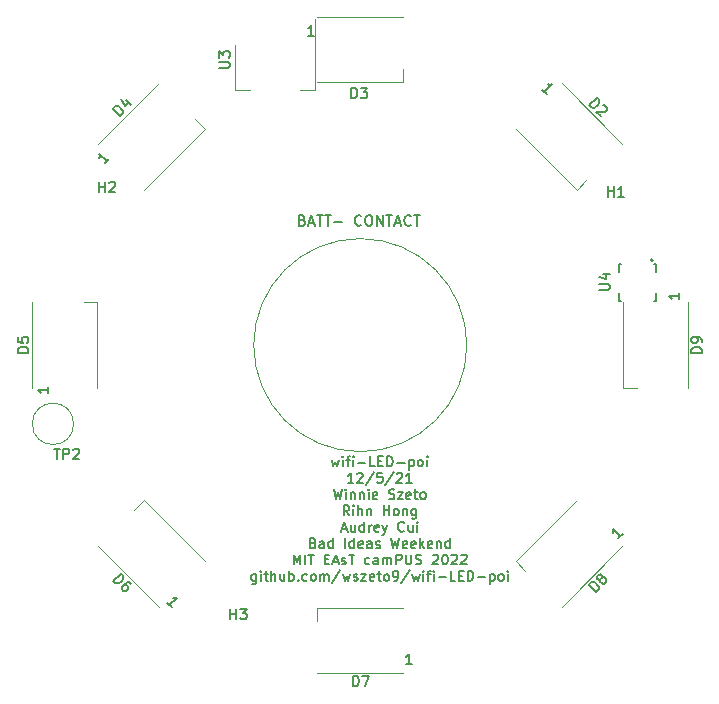
<source format=gbr>
%TF.GenerationSoftware,KiCad,Pcbnew,(5.1.10)-1*%
%TF.CreationDate,2021-12-05T21:12:05-05:00*%
%TF.ProjectId,poi_PCB,706f695f-5043-4422-9e6b-696361645f70,rev?*%
%TF.SameCoordinates,Original*%
%TF.FileFunction,Legend,Top*%
%TF.FilePolarity,Positive*%
%FSLAX46Y46*%
G04 Gerber Fmt 4.6, Leading zero omitted, Abs format (unit mm)*
G04 Created by KiCad (PCBNEW (5.1.10)-1) date 2021-12-05 21:12:05*
%MOMM*%
%LPD*%
G01*
G04 APERTURE LIST*
%ADD10C,0.127000*%
%ADD11C,0.120000*%
%ADD12C,0.200000*%
G04 APERTURE END LIST*
D10*
X105066345Y-87202015D02*
X105226002Y-87760815D01*
X105385660Y-87361672D01*
X105545317Y-87760815D01*
X105704974Y-87202015D01*
X106024288Y-87760815D02*
X106024288Y-87202015D01*
X106024288Y-86922615D02*
X105984374Y-86962530D01*
X106024288Y-87002444D01*
X106064202Y-86962530D01*
X106024288Y-86922615D01*
X106024288Y-87002444D01*
X106303688Y-87202015D02*
X106623002Y-87202015D01*
X106423431Y-87760815D02*
X106423431Y-87042358D01*
X106463345Y-86962530D01*
X106543174Y-86922615D01*
X106623002Y-86922615D01*
X106902402Y-87760815D02*
X106902402Y-87202015D01*
X106902402Y-86922615D02*
X106862488Y-86962530D01*
X106902402Y-87002444D01*
X106942317Y-86962530D01*
X106902402Y-86922615D01*
X106902402Y-87002444D01*
X107301545Y-87441501D02*
X107940174Y-87441501D01*
X108738460Y-87760815D02*
X108339317Y-87760815D01*
X108339317Y-86922615D01*
X109017860Y-87321758D02*
X109297260Y-87321758D01*
X109417002Y-87760815D02*
X109017860Y-87760815D01*
X109017860Y-86922615D01*
X109417002Y-86922615D01*
X109776231Y-87760815D02*
X109776231Y-86922615D01*
X109975802Y-86922615D01*
X110095545Y-86962530D01*
X110175374Y-87042358D01*
X110215288Y-87122187D01*
X110255202Y-87281844D01*
X110255202Y-87401587D01*
X110215288Y-87561244D01*
X110175374Y-87641072D01*
X110095545Y-87720901D01*
X109975802Y-87760815D01*
X109776231Y-87760815D01*
X110614431Y-87441501D02*
X111253060Y-87441501D01*
X111652202Y-87202015D02*
X111652202Y-88040215D01*
X111652202Y-87241930D02*
X111732031Y-87202015D01*
X111891688Y-87202015D01*
X111971517Y-87241930D01*
X112011431Y-87281844D01*
X112051345Y-87361672D01*
X112051345Y-87601158D01*
X112011431Y-87680987D01*
X111971517Y-87720901D01*
X111891688Y-87760815D01*
X111732031Y-87760815D01*
X111652202Y-87720901D01*
X112530317Y-87760815D02*
X112450488Y-87720901D01*
X112410574Y-87680987D01*
X112370660Y-87601158D01*
X112370660Y-87361672D01*
X112410574Y-87281844D01*
X112450488Y-87241930D01*
X112530317Y-87202015D01*
X112650060Y-87202015D01*
X112729888Y-87241930D01*
X112769802Y-87281844D01*
X112809717Y-87361672D01*
X112809717Y-87601158D01*
X112769802Y-87680987D01*
X112729888Y-87720901D01*
X112650060Y-87760815D01*
X112530317Y-87760815D01*
X113168945Y-87760815D02*
X113168945Y-87202015D01*
X113168945Y-86922615D02*
X113129031Y-86962530D01*
X113168945Y-87002444D01*
X113208860Y-86962530D01*
X113168945Y-86922615D01*
X113168945Y-87002444D01*
X106922360Y-89145115D02*
X106443388Y-89145115D01*
X106682874Y-89145115D02*
X106682874Y-88306915D01*
X106603045Y-88426658D01*
X106523217Y-88506487D01*
X106443388Y-88546401D01*
X107241674Y-88386744D02*
X107281588Y-88346830D01*
X107361417Y-88306915D01*
X107560988Y-88306915D01*
X107640817Y-88346830D01*
X107680731Y-88386744D01*
X107720645Y-88466572D01*
X107720645Y-88546401D01*
X107680731Y-88666144D01*
X107201760Y-89145115D01*
X107720645Y-89145115D01*
X108678588Y-88267001D02*
X107960131Y-89344687D01*
X109357131Y-88306915D02*
X108957988Y-88306915D01*
X108918074Y-88706058D01*
X108957988Y-88666144D01*
X109037817Y-88626230D01*
X109237388Y-88626230D01*
X109317217Y-88666144D01*
X109357131Y-88706058D01*
X109397045Y-88785887D01*
X109397045Y-88985458D01*
X109357131Y-89065287D01*
X109317217Y-89105201D01*
X109237388Y-89145115D01*
X109037817Y-89145115D01*
X108957988Y-89105201D01*
X108918074Y-89065287D01*
X110354988Y-88267001D02*
X109636531Y-89344687D01*
X110594474Y-88386744D02*
X110634388Y-88346830D01*
X110714217Y-88306915D01*
X110913788Y-88306915D01*
X110993617Y-88346830D01*
X111033531Y-88386744D01*
X111073445Y-88466572D01*
X111073445Y-88546401D01*
X111033531Y-88666144D01*
X110554560Y-89145115D01*
X111073445Y-89145115D01*
X111871731Y-89145115D02*
X111392760Y-89145115D01*
X111632245Y-89145115D02*
X111632245Y-88306915D01*
X111552417Y-88426658D01*
X111472588Y-88506487D01*
X111392760Y-88546401D01*
X105245960Y-89691215D02*
X105445531Y-90529415D01*
X105605188Y-89930701D01*
X105764845Y-90529415D01*
X105964417Y-89691215D01*
X106283731Y-90529415D02*
X106283731Y-89970615D01*
X106283731Y-89691215D02*
X106243817Y-89731130D01*
X106283731Y-89771044D01*
X106323645Y-89731130D01*
X106283731Y-89691215D01*
X106283731Y-89771044D01*
X106682874Y-89970615D02*
X106682874Y-90529415D01*
X106682874Y-90050444D02*
X106722788Y-90010530D01*
X106802617Y-89970615D01*
X106922360Y-89970615D01*
X107002188Y-90010530D01*
X107042102Y-90090358D01*
X107042102Y-90529415D01*
X107441245Y-89970615D02*
X107441245Y-90529415D01*
X107441245Y-90050444D02*
X107481160Y-90010530D01*
X107560988Y-89970615D01*
X107680731Y-89970615D01*
X107760560Y-90010530D01*
X107800474Y-90090358D01*
X107800474Y-90529415D01*
X108199617Y-90529415D02*
X108199617Y-89970615D01*
X108199617Y-89691215D02*
X108159702Y-89731130D01*
X108199617Y-89771044D01*
X108239531Y-89731130D01*
X108199617Y-89691215D01*
X108199617Y-89771044D01*
X108918074Y-90489501D02*
X108838245Y-90529415D01*
X108678588Y-90529415D01*
X108598760Y-90489501D01*
X108558845Y-90409672D01*
X108558845Y-90090358D01*
X108598760Y-90010530D01*
X108678588Y-89970615D01*
X108838245Y-89970615D01*
X108918074Y-90010530D01*
X108957988Y-90090358D01*
X108957988Y-90170187D01*
X108558845Y-90250015D01*
X109915931Y-90489501D02*
X110035674Y-90529415D01*
X110235245Y-90529415D01*
X110315074Y-90489501D01*
X110354988Y-90449587D01*
X110394902Y-90369758D01*
X110394902Y-90289930D01*
X110354988Y-90210101D01*
X110315074Y-90170187D01*
X110235245Y-90130272D01*
X110075588Y-90090358D01*
X109995760Y-90050444D01*
X109955845Y-90010530D01*
X109915931Y-89930701D01*
X109915931Y-89850872D01*
X109955845Y-89771044D01*
X109995760Y-89731130D01*
X110075588Y-89691215D01*
X110275160Y-89691215D01*
X110394902Y-89731130D01*
X110674302Y-89970615D02*
X111113360Y-89970615D01*
X110674302Y-90529415D01*
X111113360Y-90529415D01*
X111751988Y-90489501D02*
X111672160Y-90529415D01*
X111512502Y-90529415D01*
X111432674Y-90489501D01*
X111392760Y-90409672D01*
X111392760Y-90090358D01*
X111432674Y-90010530D01*
X111512502Y-89970615D01*
X111672160Y-89970615D01*
X111751988Y-90010530D01*
X111791902Y-90090358D01*
X111791902Y-90170187D01*
X111392760Y-90250015D01*
X112031388Y-89970615D02*
X112350702Y-89970615D01*
X112151131Y-89691215D02*
X112151131Y-90409672D01*
X112191045Y-90489501D01*
X112270874Y-90529415D01*
X112350702Y-90529415D01*
X112749845Y-90529415D02*
X112670017Y-90489501D01*
X112630102Y-90449587D01*
X112590188Y-90369758D01*
X112590188Y-90130272D01*
X112630102Y-90050444D01*
X112670017Y-90010530D01*
X112749845Y-89970615D01*
X112869588Y-89970615D01*
X112949417Y-90010530D01*
X112989331Y-90050444D01*
X113029245Y-90130272D01*
X113029245Y-90369758D01*
X112989331Y-90449587D01*
X112949417Y-90489501D01*
X112869588Y-90529415D01*
X112749845Y-90529415D01*
X106563131Y-91913715D02*
X106283731Y-91514572D01*
X106084160Y-91913715D02*
X106084160Y-91075515D01*
X106403474Y-91075515D01*
X106483302Y-91115430D01*
X106523217Y-91155344D01*
X106563131Y-91235172D01*
X106563131Y-91354915D01*
X106523217Y-91434744D01*
X106483302Y-91474658D01*
X106403474Y-91514572D01*
X106084160Y-91514572D01*
X106922360Y-91913715D02*
X106922360Y-91354915D01*
X106922360Y-91075515D02*
X106882445Y-91115430D01*
X106922360Y-91155344D01*
X106962274Y-91115430D01*
X106922360Y-91075515D01*
X106922360Y-91155344D01*
X107321502Y-91913715D02*
X107321502Y-91075515D01*
X107680731Y-91913715D02*
X107680731Y-91474658D01*
X107640817Y-91394830D01*
X107560988Y-91354915D01*
X107441245Y-91354915D01*
X107361417Y-91394830D01*
X107321502Y-91434744D01*
X108079874Y-91354915D02*
X108079874Y-91913715D01*
X108079874Y-91434744D02*
X108119788Y-91394830D01*
X108199617Y-91354915D01*
X108319360Y-91354915D01*
X108399188Y-91394830D01*
X108439102Y-91474658D01*
X108439102Y-91913715D01*
X109476874Y-91913715D02*
X109476874Y-91075515D01*
X109476874Y-91474658D02*
X109955845Y-91474658D01*
X109955845Y-91913715D02*
X109955845Y-91075515D01*
X110474731Y-91913715D02*
X110394902Y-91873801D01*
X110354988Y-91833887D01*
X110315074Y-91754058D01*
X110315074Y-91514572D01*
X110354988Y-91434744D01*
X110394902Y-91394830D01*
X110474731Y-91354915D01*
X110594474Y-91354915D01*
X110674302Y-91394830D01*
X110714217Y-91434744D01*
X110754131Y-91514572D01*
X110754131Y-91754058D01*
X110714217Y-91833887D01*
X110674302Y-91873801D01*
X110594474Y-91913715D01*
X110474731Y-91913715D01*
X111113360Y-91354915D02*
X111113360Y-91913715D01*
X111113360Y-91434744D02*
X111153274Y-91394830D01*
X111233102Y-91354915D01*
X111352845Y-91354915D01*
X111432674Y-91394830D01*
X111472588Y-91474658D01*
X111472588Y-91913715D01*
X112230960Y-91354915D02*
X112230960Y-92033458D01*
X112191045Y-92113287D01*
X112151131Y-92153201D01*
X112071302Y-92193115D01*
X111951560Y-92193115D01*
X111871731Y-92153201D01*
X112230960Y-91873801D02*
X112151131Y-91913715D01*
X111991474Y-91913715D01*
X111911645Y-91873801D01*
X111871731Y-91833887D01*
X111831817Y-91754058D01*
X111831817Y-91514572D01*
X111871731Y-91434744D01*
X111911645Y-91394830D01*
X111991474Y-91354915D01*
X112151131Y-91354915D01*
X112230960Y-91394830D01*
X105944460Y-93058530D02*
X106343602Y-93058530D01*
X105864631Y-93298015D02*
X106144031Y-92459815D01*
X106423431Y-93298015D01*
X107062060Y-92739215D02*
X107062060Y-93298015D01*
X106702831Y-92739215D02*
X106702831Y-93178272D01*
X106742745Y-93258101D01*
X106822574Y-93298015D01*
X106942317Y-93298015D01*
X107022145Y-93258101D01*
X107062060Y-93218187D01*
X107820431Y-93298015D02*
X107820431Y-92459815D01*
X107820431Y-93258101D02*
X107740602Y-93298015D01*
X107580945Y-93298015D01*
X107501117Y-93258101D01*
X107461202Y-93218187D01*
X107421288Y-93138358D01*
X107421288Y-92898872D01*
X107461202Y-92819044D01*
X107501117Y-92779130D01*
X107580945Y-92739215D01*
X107740602Y-92739215D01*
X107820431Y-92779130D01*
X108219574Y-93298015D02*
X108219574Y-92739215D01*
X108219574Y-92898872D02*
X108259488Y-92819044D01*
X108299402Y-92779130D01*
X108379231Y-92739215D01*
X108459060Y-92739215D01*
X109057774Y-93258101D02*
X108977945Y-93298015D01*
X108818288Y-93298015D01*
X108738460Y-93258101D01*
X108698545Y-93178272D01*
X108698545Y-92858958D01*
X108738460Y-92779130D01*
X108818288Y-92739215D01*
X108977945Y-92739215D01*
X109057774Y-92779130D01*
X109097688Y-92858958D01*
X109097688Y-92938787D01*
X108698545Y-93018615D01*
X109377088Y-92739215D02*
X109576660Y-93298015D01*
X109776231Y-92739215D02*
X109576660Y-93298015D01*
X109496831Y-93497587D01*
X109456917Y-93537501D01*
X109377088Y-93577415D01*
X111213145Y-93218187D02*
X111173231Y-93258101D01*
X111053488Y-93298015D01*
X110973660Y-93298015D01*
X110853917Y-93258101D01*
X110774088Y-93178272D01*
X110734174Y-93098444D01*
X110694260Y-92938787D01*
X110694260Y-92819044D01*
X110734174Y-92659387D01*
X110774088Y-92579558D01*
X110853917Y-92499730D01*
X110973660Y-92459815D01*
X111053488Y-92459815D01*
X111173231Y-92499730D01*
X111213145Y-92539644D01*
X111931602Y-92739215D02*
X111931602Y-93298015D01*
X111572374Y-92739215D02*
X111572374Y-93178272D01*
X111612288Y-93258101D01*
X111692117Y-93298015D01*
X111811860Y-93298015D01*
X111891688Y-93258101D01*
X111931602Y-93218187D01*
X112330745Y-93298015D02*
X112330745Y-92739215D01*
X112330745Y-92459815D02*
X112290831Y-92499730D01*
X112330745Y-92539644D01*
X112370660Y-92499730D01*
X112330745Y-92459815D01*
X112330745Y-92539644D01*
X103509688Y-94243258D02*
X103629431Y-94283172D01*
X103669345Y-94323087D01*
X103709260Y-94402915D01*
X103709260Y-94522658D01*
X103669345Y-94602487D01*
X103629431Y-94642401D01*
X103549602Y-94682315D01*
X103230288Y-94682315D01*
X103230288Y-93844115D01*
X103509688Y-93844115D01*
X103589517Y-93884030D01*
X103629431Y-93923944D01*
X103669345Y-94003772D01*
X103669345Y-94083601D01*
X103629431Y-94163430D01*
X103589517Y-94203344D01*
X103509688Y-94243258D01*
X103230288Y-94243258D01*
X104427717Y-94682315D02*
X104427717Y-94243258D01*
X104387802Y-94163430D01*
X104307974Y-94123515D01*
X104148317Y-94123515D01*
X104068488Y-94163430D01*
X104427717Y-94642401D02*
X104347888Y-94682315D01*
X104148317Y-94682315D01*
X104068488Y-94642401D01*
X104028574Y-94562572D01*
X104028574Y-94482744D01*
X104068488Y-94402915D01*
X104148317Y-94363001D01*
X104347888Y-94363001D01*
X104427717Y-94323087D01*
X105186088Y-94682315D02*
X105186088Y-93844115D01*
X105186088Y-94642401D02*
X105106260Y-94682315D01*
X104946602Y-94682315D01*
X104866774Y-94642401D01*
X104826860Y-94602487D01*
X104786945Y-94522658D01*
X104786945Y-94283172D01*
X104826860Y-94203344D01*
X104866774Y-94163430D01*
X104946602Y-94123515D01*
X105106260Y-94123515D01*
X105186088Y-94163430D01*
X106223860Y-94682315D02*
X106223860Y-93844115D01*
X106982231Y-94682315D02*
X106982231Y-93844115D01*
X106982231Y-94642401D02*
X106902402Y-94682315D01*
X106742745Y-94682315D01*
X106662917Y-94642401D01*
X106623002Y-94602487D01*
X106583088Y-94522658D01*
X106583088Y-94283172D01*
X106623002Y-94203344D01*
X106662917Y-94163430D01*
X106742745Y-94123515D01*
X106902402Y-94123515D01*
X106982231Y-94163430D01*
X107700688Y-94642401D02*
X107620860Y-94682315D01*
X107461202Y-94682315D01*
X107381374Y-94642401D01*
X107341460Y-94562572D01*
X107341460Y-94243258D01*
X107381374Y-94163430D01*
X107461202Y-94123515D01*
X107620860Y-94123515D01*
X107700688Y-94163430D01*
X107740602Y-94243258D01*
X107740602Y-94323087D01*
X107341460Y-94402915D01*
X108459060Y-94682315D02*
X108459060Y-94243258D01*
X108419145Y-94163430D01*
X108339317Y-94123515D01*
X108179660Y-94123515D01*
X108099831Y-94163430D01*
X108459060Y-94642401D02*
X108379231Y-94682315D01*
X108179660Y-94682315D01*
X108099831Y-94642401D01*
X108059917Y-94562572D01*
X108059917Y-94482744D01*
X108099831Y-94402915D01*
X108179660Y-94363001D01*
X108379231Y-94363001D01*
X108459060Y-94323087D01*
X108818288Y-94642401D02*
X108898117Y-94682315D01*
X109057774Y-94682315D01*
X109137602Y-94642401D01*
X109177517Y-94562572D01*
X109177517Y-94522658D01*
X109137602Y-94442830D01*
X109057774Y-94402915D01*
X108938031Y-94402915D01*
X108858202Y-94363001D01*
X108818288Y-94283172D01*
X108818288Y-94243258D01*
X108858202Y-94163430D01*
X108938031Y-94123515D01*
X109057774Y-94123515D01*
X109137602Y-94163430D01*
X110095545Y-93844115D02*
X110295117Y-94682315D01*
X110454774Y-94083601D01*
X110614431Y-94682315D01*
X110814002Y-93844115D01*
X111452631Y-94642401D02*
X111372802Y-94682315D01*
X111213145Y-94682315D01*
X111133317Y-94642401D01*
X111093402Y-94562572D01*
X111093402Y-94243258D01*
X111133317Y-94163430D01*
X111213145Y-94123515D01*
X111372802Y-94123515D01*
X111452631Y-94163430D01*
X111492545Y-94243258D01*
X111492545Y-94323087D01*
X111093402Y-94402915D01*
X112171088Y-94642401D02*
X112091260Y-94682315D01*
X111931602Y-94682315D01*
X111851774Y-94642401D01*
X111811860Y-94562572D01*
X111811860Y-94243258D01*
X111851774Y-94163430D01*
X111931602Y-94123515D01*
X112091260Y-94123515D01*
X112171088Y-94163430D01*
X112211002Y-94243258D01*
X112211002Y-94323087D01*
X111811860Y-94402915D01*
X112570231Y-94682315D02*
X112570231Y-93844115D01*
X112650060Y-94363001D02*
X112889545Y-94682315D01*
X112889545Y-94123515D02*
X112570231Y-94442830D01*
X113568088Y-94642401D02*
X113488260Y-94682315D01*
X113328602Y-94682315D01*
X113248774Y-94642401D01*
X113208860Y-94562572D01*
X113208860Y-94243258D01*
X113248774Y-94163430D01*
X113328602Y-94123515D01*
X113488260Y-94123515D01*
X113568088Y-94163430D01*
X113608002Y-94243258D01*
X113608002Y-94323087D01*
X113208860Y-94402915D01*
X113967231Y-94123515D02*
X113967231Y-94682315D01*
X113967231Y-94203344D02*
X114007145Y-94163430D01*
X114086974Y-94123515D01*
X114206717Y-94123515D01*
X114286545Y-94163430D01*
X114326460Y-94243258D01*
X114326460Y-94682315D01*
X115084831Y-94682315D02*
X115084831Y-93844115D01*
X115084831Y-94642401D02*
X115005002Y-94682315D01*
X114845345Y-94682315D01*
X114765517Y-94642401D01*
X114725602Y-94602487D01*
X114685688Y-94522658D01*
X114685688Y-94283172D01*
X114725602Y-94203344D01*
X114765517Y-94163430D01*
X114845345Y-94123515D01*
X115005002Y-94123515D01*
X115084831Y-94163430D01*
X101853245Y-96066615D02*
X101853245Y-95228415D01*
X102132645Y-95827130D01*
X102412045Y-95228415D01*
X102412045Y-96066615D01*
X102811188Y-96066615D02*
X102811188Y-95228415D01*
X103090588Y-95228415D02*
X103569560Y-95228415D01*
X103330074Y-96066615D02*
X103330074Y-95228415D01*
X104487588Y-95627558D02*
X104766988Y-95627558D01*
X104886731Y-96066615D02*
X104487588Y-96066615D01*
X104487588Y-95228415D01*
X104886731Y-95228415D01*
X105206045Y-95827130D02*
X105605188Y-95827130D01*
X105126217Y-96066615D02*
X105405617Y-95228415D01*
X105685017Y-96066615D01*
X105924502Y-96026701D02*
X106004331Y-96066615D01*
X106163988Y-96066615D01*
X106243817Y-96026701D01*
X106283731Y-95946872D01*
X106283731Y-95906958D01*
X106243817Y-95827130D01*
X106163988Y-95787215D01*
X106044245Y-95787215D01*
X105964417Y-95747301D01*
X105924502Y-95667472D01*
X105924502Y-95627558D01*
X105964417Y-95547730D01*
X106044245Y-95507815D01*
X106163988Y-95507815D01*
X106243817Y-95547730D01*
X106523217Y-95228415D02*
X107002188Y-95228415D01*
X106762702Y-96066615D02*
X106762702Y-95228415D01*
X108279445Y-96026701D02*
X108199617Y-96066615D01*
X108039960Y-96066615D01*
X107960131Y-96026701D01*
X107920217Y-95986787D01*
X107880302Y-95906958D01*
X107880302Y-95667472D01*
X107920217Y-95587644D01*
X107960131Y-95547730D01*
X108039960Y-95507815D01*
X108199617Y-95507815D01*
X108279445Y-95547730D01*
X108997902Y-96066615D02*
X108997902Y-95627558D01*
X108957988Y-95547730D01*
X108878160Y-95507815D01*
X108718502Y-95507815D01*
X108638674Y-95547730D01*
X108997902Y-96026701D02*
X108918074Y-96066615D01*
X108718502Y-96066615D01*
X108638674Y-96026701D01*
X108598760Y-95946872D01*
X108598760Y-95867044D01*
X108638674Y-95787215D01*
X108718502Y-95747301D01*
X108918074Y-95747301D01*
X108997902Y-95707387D01*
X109397045Y-96066615D02*
X109397045Y-95507815D01*
X109397045Y-95587644D02*
X109436960Y-95547730D01*
X109516788Y-95507815D01*
X109636531Y-95507815D01*
X109716360Y-95547730D01*
X109756274Y-95627558D01*
X109756274Y-96066615D01*
X109756274Y-95627558D02*
X109796188Y-95547730D01*
X109876017Y-95507815D01*
X109995760Y-95507815D01*
X110075588Y-95547730D01*
X110115502Y-95627558D01*
X110115502Y-96066615D01*
X110514645Y-96066615D02*
X110514645Y-95228415D01*
X110833960Y-95228415D01*
X110913788Y-95268330D01*
X110953702Y-95308244D01*
X110993617Y-95388072D01*
X110993617Y-95507815D01*
X110953702Y-95587644D01*
X110913788Y-95627558D01*
X110833960Y-95667472D01*
X110514645Y-95667472D01*
X111352845Y-95228415D02*
X111352845Y-95906958D01*
X111392760Y-95986787D01*
X111432674Y-96026701D01*
X111512502Y-96066615D01*
X111672160Y-96066615D01*
X111751988Y-96026701D01*
X111791902Y-95986787D01*
X111831817Y-95906958D01*
X111831817Y-95228415D01*
X112191045Y-96026701D02*
X112310788Y-96066615D01*
X112510360Y-96066615D01*
X112590188Y-96026701D01*
X112630102Y-95986787D01*
X112670017Y-95906958D01*
X112670017Y-95827130D01*
X112630102Y-95747301D01*
X112590188Y-95707387D01*
X112510360Y-95667472D01*
X112350702Y-95627558D01*
X112270874Y-95587644D01*
X112230960Y-95547730D01*
X112191045Y-95467901D01*
X112191045Y-95388072D01*
X112230960Y-95308244D01*
X112270874Y-95268330D01*
X112350702Y-95228415D01*
X112550274Y-95228415D01*
X112670017Y-95268330D01*
X113627960Y-95308244D02*
X113667874Y-95268330D01*
X113747702Y-95228415D01*
X113947274Y-95228415D01*
X114027102Y-95268330D01*
X114067017Y-95308244D01*
X114106931Y-95388072D01*
X114106931Y-95467901D01*
X114067017Y-95587644D01*
X113588045Y-96066615D01*
X114106931Y-96066615D01*
X114625817Y-95228415D02*
X114705645Y-95228415D01*
X114785474Y-95268330D01*
X114825388Y-95308244D01*
X114865302Y-95388072D01*
X114905217Y-95547730D01*
X114905217Y-95747301D01*
X114865302Y-95906958D01*
X114825388Y-95986787D01*
X114785474Y-96026701D01*
X114705645Y-96066615D01*
X114625817Y-96066615D01*
X114545988Y-96026701D01*
X114506074Y-95986787D01*
X114466160Y-95906958D01*
X114426245Y-95747301D01*
X114426245Y-95547730D01*
X114466160Y-95388072D01*
X114506074Y-95308244D01*
X114545988Y-95268330D01*
X114625817Y-95228415D01*
X115224531Y-95308244D02*
X115264445Y-95268330D01*
X115344274Y-95228415D01*
X115543845Y-95228415D01*
X115623674Y-95268330D01*
X115663588Y-95308244D01*
X115703502Y-95388072D01*
X115703502Y-95467901D01*
X115663588Y-95587644D01*
X115184617Y-96066615D01*
X115703502Y-96066615D01*
X116022817Y-95308244D02*
X116062731Y-95268330D01*
X116142560Y-95228415D01*
X116342131Y-95228415D01*
X116421960Y-95268330D01*
X116461874Y-95308244D01*
X116501788Y-95388072D01*
X116501788Y-95467901D01*
X116461874Y-95587644D01*
X115982902Y-96066615D01*
X116501788Y-96066615D01*
X98680060Y-96892115D02*
X98680060Y-97570658D01*
X98640145Y-97650487D01*
X98600231Y-97690401D01*
X98520402Y-97730315D01*
X98400660Y-97730315D01*
X98320831Y-97690401D01*
X98680060Y-97411001D02*
X98600231Y-97450915D01*
X98440574Y-97450915D01*
X98360745Y-97411001D01*
X98320831Y-97371087D01*
X98280917Y-97291258D01*
X98280917Y-97051772D01*
X98320831Y-96971944D01*
X98360745Y-96932030D01*
X98440574Y-96892115D01*
X98600231Y-96892115D01*
X98680060Y-96932030D01*
X99079202Y-97450915D02*
X99079202Y-96892115D01*
X99079202Y-96612715D02*
X99039288Y-96652630D01*
X99079202Y-96692544D01*
X99119117Y-96652630D01*
X99079202Y-96612715D01*
X99079202Y-96692544D01*
X99358602Y-96892115D02*
X99677917Y-96892115D01*
X99478345Y-96612715D02*
X99478345Y-97331172D01*
X99518260Y-97411001D01*
X99598088Y-97450915D01*
X99677917Y-97450915D01*
X99957317Y-97450915D02*
X99957317Y-96612715D01*
X100316545Y-97450915D02*
X100316545Y-97011858D01*
X100276631Y-96932030D01*
X100196802Y-96892115D01*
X100077060Y-96892115D01*
X99997231Y-96932030D01*
X99957317Y-96971944D01*
X101074917Y-96892115D02*
X101074917Y-97450915D01*
X100715688Y-96892115D02*
X100715688Y-97331172D01*
X100755602Y-97411001D01*
X100835431Y-97450915D01*
X100955174Y-97450915D01*
X101035002Y-97411001D01*
X101074917Y-97371087D01*
X101474060Y-97450915D02*
X101474060Y-96612715D01*
X101474060Y-96932030D02*
X101553888Y-96892115D01*
X101713545Y-96892115D01*
X101793374Y-96932030D01*
X101833288Y-96971944D01*
X101873202Y-97051772D01*
X101873202Y-97291258D01*
X101833288Y-97371087D01*
X101793374Y-97411001D01*
X101713545Y-97450915D01*
X101553888Y-97450915D01*
X101474060Y-97411001D01*
X102232431Y-97371087D02*
X102272345Y-97411001D01*
X102232431Y-97450915D01*
X102192517Y-97411001D01*
X102232431Y-97371087D01*
X102232431Y-97450915D01*
X102990802Y-97411001D02*
X102910974Y-97450915D01*
X102751317Y-97450915D01*
X102671488Y-97411001D01*
X102631574Y-97371087D01*
X102591660Y-97291258D01*
X102591660Y-97051772D01*
X102631574Y-96971944D01*
X102671488Y-96932030D01*
X102751317Y-96892115D01*
X102910974Y-96892115D01*
X102990802Y-96932030D01*
X103469774Y-97450915D02*
X103389945Y-97411001D01*
X103350031Y-97371087D01*
X103310117Y-97291258D01*
X103310117Y-97051772D01*
X103350031Y-96971944D01*
X103389945Y-96932030D01*
X103469774Y-96892115D01*
X103589517Y-96892115D01*
X103669345Y-96932030D01*
X103709260Y-96971944D01*
X103749174Y-97051772D01*
X103749174Y-97291258D01*
X103709260Y-97371087D01*
X103669345Y-97411001D01*
X103589517Y-97450915D01*
X103469774Y-97450915D01*
X104108402Y-97450915D02*
X104108402Y-96892115D01*
X104108402Y-96971944D02*
X104148317Y-96932030D01*
X104228145Y-96892115D01*
X104347888Y-96892115D01*
X104427717Y-96932030D01*
X104467631Y-97011858D01*
X104467631Y-97450915D01*
X104467631Y-97011858D02*
X104507545Y-96932030D01*
X104587374Y-96892115D01*
X104707117Y-96892115D01*
X104786945Y-96932030D01*
X104826860Y-97011858D01*
X104826860Y-97450915D01*
X105824717Y-96572801D02*
X105106260Y-97650487D01*
X106024288Y-96892115D02*
X106183945Y-97450915D01*
X106343602Y-97051772D01*
X106503260Y-97450915D01*
X106662917Y-96892115D01*
X106942317Y-97411001D02*
X107022145Y-97450915D01*
X107181802Y-97450915D01*
X107261631Y-97411001D01*
X107301545Y-97331172D01*
X107301545Y-97291258D01*
X107261631Y-97211430D01*
X107181802Y-97171515D01*
X107062060Y-97171515D01*
X106982231Y-97131601D01*
X106942317Y-97051772D01*
X106942317Y-97011858D01*
X106982231Y-96932030D01*
X107062060Y-96892115D01*
X107181802Y-96892115D01*
X107261631Y-96932030D01*
X107580945Y-96892115D02*
X108020002Y-96892115D01*
X107580945Y-97450915D01*
X108020002Y-97450915D01*
X108658631Y-97411001D02*
X108578802Y-97450915D01*
X108419145Y-97450915D01*
X108339317Y-97411001D01*
X108299402Y-97331172D01*
X108299402Y-97011858D01*
X108339317Y-96932030D01*
X108419145Y-96892115D01*
X108578802Y-96892115D01*
X108658631Y-96932030D01*
X108698545Y-97011858D01*
X108698545Y-97091687D01*
X108299402Y-97171515D01*
X108938031Y-96892115D02*
X109257345Y-96892115D01*
X109057774Y-96612715D02*
X109057774Y-97331172D01*
X109097688Y-97411001D01*
X109177517Y-97450915D01*
X109257345Y-97450915D01*
X109656488Y-97450915D02*
X109576660Y-97411001D01*
X109536745Y-97371087D01*
X109496831Y-97291258D01*
X109496831Y-97051772D01*
X109536745Y-96971944D01*
X109576660Y-96932030D01*
X109656488Y-96892115D01*
X109776231Y-96892115D01*
X109856060Y-96932030D01*
X109895974Y-96971944D01*
X109935888Y-97051772D01*
X109935888Y-97291258D01*
X109895974Y-97371087D01*
X109856060Y-97411001D01*
X109776231Y-97450915D01*
X109656488Y-97450915D01*
X110335031Y-97450915D02*
X110494688Y-97450915D01*
X110574517Y-97411001D01*
X110614431Y-97371087D01*
X110694260Y-97251344D01*
X110734174Y-97091687D01*
X110734174Y-96772372D01*
X110694260Y-96692544D01*
X110654345Y-96652630D01*
X110574517Y-96612715D01*
X110414860Y-96612715D01*
X110335031Y-96652630D01*
X110295117Y-96692544D01*
X110255202Y-96772372D01*
X110255202Y-96971944D01*
X110295117Y-97051772D01*
X110335031Y-97091687D01*
X110414860Y-97131601D01*
X110574517Y-97131601D01*
X110654345Y-97091687D01*
X110694260Y-97051772D01*
X110734174Y-96971944D01*
X111692117Y-96572801D02*
X110973660Y-97650487D01*
X111891688Y-96892115D02*
X112051345Y-97450915D01*
X112211002Y-97051772D01*
X112370660Y-97450915D01*
X112530317Y-96892115D01*
X112849631Y-97450915D02*
X112849631Y-96892115D01*
X112849631Y-96612715D02*
X112809717Y-96652630D01*
X112849631Y-96692544D01*
X112889545Y-96652630D01*
X112849631Y-96612715D01*
X112849631Y-96692544D01*
X113129031Y-96892115D02*
X113448345Y-96892115D01*
X113248774Y-97450915D02*
X113248774Y-96732458D01*
X113288688Y-96652630D01*
X113368517Y-96612715D01*
X113448345Y-96612715D01*
X113727745Y-97450915D02*
X113727745Y-96892115D01*
X113727745Y-96612715D02*
X113687831Y-96652630D01*
X113727745Y-96692544D01*
X113767660Y-96652630D01*
X113727745Y-96612715D01*
X113727745Y-96692544D01*
X114126888Y-97131601D02*
X114765517Y-97131601D01*
X115563802Y-97450915D02*
X115164660Y-97450915D01*
X115164660Y-96612715D01*
X115843202Y-97011858D02*
X116122602Y-97011858D01*
X116242345Y-97450915D02*
X115843202Y-97450915D01*
X115843202Y-96612715D01*
X116242345Y-96612715D01*
X116601574Y-97450915D02*
X116601574Y-96612715D01*
X116801145Y-96612715D01*
X116920888Y-96652630D01*
X117000717Y-96732458D01*
X117040631Y-96812287D01*
X117080545Y-96971944D01*
X117080545Y-97091687D01*
X117040631Y-97251344D01*
X117000717Y-97331172D01*
X116920888Y-97411001D01*
X116801145Y-97450915D01*
X116601574Y-97450915D01*
X117439774Y-97131601D02*
X118078402Y-97131601D01*
X118477545Y-96892115D02*
X118477545Y-97730315D01*
X118477545Y-96932030D02*
X118557374Y-96892115D01*
X118717031Y-96892115D01*
X118796860Y-96932030D01*
X118836774Y-96971944D01*
X118876688Y-97051772D01*
X118876688Y-97291258D01*
X118836774Y-97371087D01*
X118796860Y-97411001D01*
X118717031Y-97450915D01*
X118557374Y-97450915D01*
X118477545Y-97411001D01*
X119355660Y-97450915D02*
X119275831Y-97411001D01*
X119235917Y-97371087D01*
X119196002Y-97291258D01*
X119196002Y-97051772D01*
X119235917Y-96971944D01*
X119275831Y-96932030D01*
X119355660Y-96892115D01*
X119475402Y-96892115D01*
X119555231Y-96932030D01*
X119595145Y-96971944D01*
X119635060Y-97051772D01*
X119635060Y-97291258D01*
X119595145Y-97371087D01*
X119555231Y-97411001D01*
X119475402Y-97450915D01*
X119355660Y-97450915D01*
X119994288Y-97450915D02*
X119994288Y-96892115D01*
X119994288Y-96612715D02*
X119954374Y-96652630D01*
X119994288Y-96692544D01*
X120034202Y-96652630D01*
X119994288Y-96612715D01*
X119994288Y-96692544D01*
D11*
X116519739Y-77499760D02*
G75*
G03*
X116519739Y-77499760I-9020799J0D01*
G01*
D10*
X102581500Y-66910500D02*
X102708500Y-66952833D01*
X102750833Y-66995166D01*
X102793166Y-67079833D01*
X102793166Y-67206833D01*
X102750833Y-67291500D01*
X102708500Y-67333833D01*
X102623833Y-67376166D01*
X102285166Y-67376166D01*
X102285166Y-66487166D01*
X102581500Y-66487166D01*
X102666166Y-66529500D01*
X102708500Y-66571833D01*
X102750833Y-66656500D01*
X102750833Y-66741166D01*
X102708500Y-66825833D01*
X102666166Y-66868166D01*
X102581500Y-66910500D01*
X102285166Y-66910500D01*
X103131833Y-67122166D02*
X103555166Y-67122166D01*
X103047166Y-67376166D02*
X103343500Y-66487166D01*
X103639833Y-67376166D01*
X103809166Y-66487166D02*
X104317166Y-66487166D01*
X104063166Y-67376166D02*
X104063166Y-66487166D01*
X104486500Y-66487166D02*
X104994500Y-66487166D01*
X104740500Y-67376166D02*
X104740500Y-66487166D01*
X105290833Y-67037500D02*
X105968166Y-67037500D01*
X107576833Y-67291500D02*
X107534500Y-67333833D01*
X107407500Y-67376166D01*
X107322833Y-67376166D01*
X107195833Y-67333833D01*
X107111166Y-67249166D01*
X107068833Y-67164500D01*
X107026500Y-66995166D01*
X107026500Y-66868166D01*
X107068833Y-66698833D01*
X107111166Y-66614166D01*
X107195833Y-66529500D01*
X107322833Y-66487166D01*
X107407500Y-66487166D01*
X107534500Y-66529500D01*
X107576833Y-66571833D01*
X108127166Y-66487166D02*
X108296500Y-66487166D01*
X108381166Y-66529500D01*
X108465833Y-66614166D01*
X108508166Y-66783500D01*
X108508166Y-67079833D01*
X108465833Y-67249166D01*
X108381166Y-67333833D01*
X108296500Y-67376166D01*
X108127166Y-67376166D01*
X108042500Y-67333833D01*
X107957833Y-67249166D01*
X107915500Y-67079833D01*
X107915500Y-66783500D01*
X107957833Y-66614166D01*
X108042500Y-66529500D01*
X108127166Y-66487166D01*
X108889166Y-67376166D02*
X108889166Y-66487166D01*
X109397166Y-67376166D01*
X109397166Y-66487166D01*
X109693500Y-66487166D02*
X110201500Y-66487166D01*
X109947500Y-67376166D02*
X109947500Y-66487166D01*
X110455500Y-67122166D02*
X110878833Y-67122166D01*
X110370833Y-67376166D02*
X110667166Y-66487166D01*
X110963500Y-67376166D01*
X111767833Y-67291500D02*
X111725500Y-67333833D01*
X111598500Y-67376166D01*
X111513833Y-67376166D01*
X111386833Y-67333833D01*
X111302166Y-67249166D01*
X111259833Y-67164500D01*
X111217500Y-66995166D01*
X111217500Y-66868166D01*
X111259833Y-66698833D01*
X111302166Y-66614166D01*
X111386833Y-66529500D01*
X111513833Y-66487166D01*
X111598500Y-66487166D01*
X111725500Y-66529500D01*
X111767833Y-66571833D01*
X112021833Y-66487166D02*
X112529833Y-66487166D01*
X112275833Y-67376166D02*
X112275833Y-66487166D01*
%TO.C,U4*%
X132513460Y-71332600D02*
X132513460Y-70672600D01*
X132513460Y-70672600D02*
X132353460Y-70672600D01*
X132513460Y-73112600D02*
X132513460Y-73772600D01*
X129413460Y-73112600D02*
X129413460Y-73772600D01*
X129413460Y-71332600D02*
X129413460Y-70672600D01*
X132513460Y-73772600D02*
X132353460Y-73772600D01*
X129413460Y-73772600D02*
X129573460Y-73772600D01*
X129413460Y-70672600D02*
X129573460Y-70672600D01*
D12*
X132263460Y-70322600D02*
G75*
G03*
X132263460Y-70322600I-100000J0D01*
G01*
D11*
%TO.C,D2*%
X124540604Y-55307817D02*
X129702483Y-60469696D01*
X120651517Y-59196904D02*
X125813396Y-64358783D01*
X125813396Y-64358783D02*
X126626569Y-63545611D01*
%TO.C,TP2*%
X83234000Y-84168000D02*
G75*
G03*
X83234000Y-84168000I-1750000J0D01*
G01*
%TO.C,U3*%
X96872800Y-55879200D02*
X98132800Y-55879200D01*
X103692800Y-55879200D02*
X102432800Y-55879200D01*
X96872800Y-52119200D02*
X96872800Y-55879200D01*
X103692800Y-49869200D02*
X103692800Y-55879200D01*
%TO.C,D9*%
X135250000Y-73850000D02*
X135250000Y-81150000D01*
X129750000Y-73850000D02*
X129750000Y-81150000D01*
X129750000Y-81150000D02*
X130900000Y-81150000D01*
%TO.C,D5*%
X79750000Y-81150000D02*
X79750000Y-73850000D01*
X85250000Y-81150000D02*
X85250000Y-73850000D01*
X85250000Y-73850000D02*
X84100000Y-73850000D01*
%TO.C,D8*%
X129703183Y-94541374D02*
X124541304Y-99703253D01*
X125814096Y-90652287D02*
X120652217Y-95814166D01*
X120652217Y-95814166D02*
X121465389Y-96627339D01*
%TO.C,D4*%
X85296817Y-60458696D02*
X90458696Y-55296817D01*
X89185904Y-64347783D02*
X94347783Y-59185904D01*
X94347783Y-59185904D02*
X93534611Y-58372731D01*
%TO.C,D7*%
X111150000Y-105250000D02*
X103850000Y-105250000D01*
X111150000Y-99750000D02*
X103850000Y-99750000D01*
X103850000Y-99750000D02*
X103850000Y-100900000D01*
%TO.C,D3*%
X103850000Y-49750000D02*
X111150000Y-49750000D01*
X103850000Y-55250000D02*
X111150000Y-55250000D01*
X111150000Y-55250000D02*
X111150000Y-54100000D01*
%TO.C,D6*%
X90458696Y-99702483D02*
X85296817Y-94540604D01*
X94347783Y-95813396D02*
X89185904Y-90651517D01*
X89185904Y-90651517D02*
X88372731Y-91464689D01*
%TO.C,H3*%
D10*
X96483806Y-100718746D02*
X96483806Y-99829746D01*
X96483806Y-100253080D02*
X96991806Y-100253080D01*
X96991806Y-100718746D02*
X96991806Y-99829746D01*
X97330473Y-99829746D02*
X97880806Y-99829746D01*
X97584473Y-100168413D01*
X97711473Y-100168413D01*
X97796140Y-100210746D01*
X97838473Y-100253080D01*
X97880806Y-100337746D01*
X97880806Y-100549413D01*
X97838473Y-100634080D01*
X97796140Y-100676413D01*
X97711473Y-100718746D01*
X97457473Y-100718746D01*
X97372806Y-100676413D01*
X97330473Y-100634080D01*
%TO.C,U4*%
X127733426Y-72798333D02*
X128453093Y-72798333D01*
X128537760Y-72756000D01*
X128580093Y-72713666D01*
X128622426Y-72629000D01*
X128622426Y-72459666D01*
X128580093Y-72375000D01*
X128537760Y-72332666D01*
X128453093Y-72290333D01*
X127733426Y-72290333D01*
X128029760Y-71486000D02*
X128622426Y-71486000D01*
X127691093Y-71697666D02*
X128326093Y-71909333D01*
X128326093Y-71359000D01*
%TO.C,D2*%
X126903519Y-57178820D02*
X127532137Y-56550202D01*
X127681808Y-56699873D01*
X127741676Y-56819610D01*
X127741676Y-56939347D01*
X127711742Y-57029149D01*
X127621939Y-57178820D01*
X127532137Y-57268623D01*
X127382466Y-57358426D01*
X127292663Y-57388360D01*
X127172927Y-57388360D01*
X127053190Y-57328491D01*
X126903519Y-57178820D01*
X128070952Y-57208755D02*
X128130820Y-57208755D01*
X128220623Y-57238689D01*
X128370294Y-57388360D01*
X128400228Y-57478162D01*
X128400228Y-57538031D01*
X128370294Y-57627833D01*
X128310426Y-57687702D01*
X128190689Y-57747570D01*
X127472268Y-57747570D01*
X127861413Y-58136714D01*
X123269108Y-56231415D02*
X122909898Y-55872205D01*
X123089503Y-56051810D02*
X123718121Y-55423192D01*
X123568450Y-55453127D01*
X123448713Y-55453127D01*
X123358910Y-55423192D01*
%TO.C,H2*%
X85356066Y-64556766D02*
X85356066Y-63667766D01*
X85356066Y-64091100D02*
X85864066Y-64091100D01*
X85864066Y-64556766D02*
X85864066Y-63667766D01*
X86245066Y-63752433D02*
X86287400Y-63710100D01*
X86372066Y-63667766D01*
X86583733Y-63667766D01*
X86668400Y-63710100D01*
X86710733Y-63752433D01*
X86753066Y-63837100D01*
X86753066Y-63921766D01*
X86710733Y-64048766D01*
X86202733Y-64556766D01*
X86753066Y-64556766D01*
%TO.C,H1*%
X128434466Y-64937766D02*
X128434466Y-64048766D01*
X128434466Y-64472100D02*
X128942466Y-64472100D01*
X128942466Y-64937766D02*
X128942466Y-64048766D01*
X129831466Y-64937766D02*
X129323466Y-64937766D01*
X129577466Y-64937766D02*
X129577466Y-64048766D01*
X129492800Y-64175766D01*
X129408133Y-64260433D01*
X129323466Y-64302766D01*
%TO.C,TP2*%
X81562166Y-86281166D02*
X82070166Y-86281166D01*
X81816166Y-87170166D02*
X81816166Y-86281166D01*
X82366500Y-87170166D02*
X82366500Y-86281166D01*
X82705166Y-86281166D01*
X82789833Y-86323500D01*
X82832166Y-86365833D01*
X82874500Y-86450500D01*
X82874500Y-86577500D01*
X82832166Y-86662166D01*
X82789833Y-86704500D01*
X82705166Y-86746833D01*
X82366500Y-86746833D01*
X83213166Y-86365833D02*
X83255500Y-86323500D01*
X83340166Y-86281166D01*
X83551833Y-86281166D01*
X83636500Y-86323500D01*
X83678833Y-86365833D01*
X83721166Y-86450500D01*
X83721166Y-86535166D01*
X83678833Y-86662166D01*
X83170833Y-87170166D01*
X83721166Y-87170166D01*
%TO.C,U3*%
X95579566Y-54011533D02*
X96299233Y-54011533D01*
X96383900Y-53969200D01*
X96426233Y-53926866D01*
X96468566Y-53842200D01*
X96468566Y-53672866D01*
X96426233Y-53588200D01*
X96383900Y-53545866D01*
X96299233Y-53503533D01*
X95579566Y-53503533D01*
X95579566Y-53164866D02*
X95579566Y-52614533D01*
X95918233Y-52910866D01*
X95918233Y-52783866D01*
X95960566Y-52699200D01*
X96002900Y-52656866D01*
X96087566Y-52614533D01*
X96299233Y-52614533D01*
X96383900Y-52656866D01*
X96426233Y-52699200D01*
X96468566Y-52783866D01*
X96468566Y-53037866D01*
X96426233Y-53122533D01*
X96383900Y-53164866D01*
%TO.C,D9*%
X136402166Y-78156166D02*
X135513166Y-78156166D01*
X135513166Y-77944500D01*
X135555500Y-77817500D01*
X135640166Y-77732833D01*
X135724833Y-77690500D01*
X135894166Y-77648166D01*
X136021166Y-77648166D01*
X136190500Y-77690500D01*
X136275166Y-77732833D01*
X136359833Y-77817500D01*
X136402166Y-77944500D01*
X136402166Y-78156166D01*
X136402166Y-77224833D02*
X136402166Y-77055500D01*
X136359833Y-76970833D01*
X136317500Y-76928500D01*
X136190500Y-76843833D01*
X136021166Y-76801500D01*
X135682500Y-76801500D01*
X135597833Y-76843833D01*
X135555500Y-76886166D01*
X135513166Y-76970833D01*
X135513166Y-77140166D01*
X135555500Y-77224833D01*
X135597833Y-77267166D01*
X135682500Y-77309500D01*
X135894166Y-77309500D01*
X135978833Y-77267166D01*
X136021166Y-77224833D01*
X136063500Y-77140166D01*
X136063500Y-76970833D01*
X136021166Y-76886166D01*
X135978833Y-76843833D01*
X135894166Y-76801500D01*
X134502166Y-73096000D02*
X134502166Y-73604000D01*
X134502166Y-73350000D02*
X133613166Y-73350000D01*
X133740166Y-73434666D01*
X133824833Y-73519333D01*
X133867166Y-73604000D01*
%TO.C,D5*%
X79402166Y-78156166D02*
X78513166Y-78156166D01*
X78513166Y-77944500D01*
X78555500Y-77817500D01*
X78640166Y-77732833D01*
X78724833Y-77690500D01*
X78894166Y-77648166D01*
X79021166Y-77648166D01*
X79190500Y-77690500D01*
X79275166Y-77732833D01*
X79359833Y-77817500D01*
X79402166Y-77944500D01*
X79402166Y-78156166D01*
X78513166Y-76843833D02*
X78513166Y-77267166D01*
X78936500Y-77309500D01*
X78894166Y-77267166D01*
X78851833Y-77182500D01*
X78851833Y-76970833D01*
X78894166Y-76886166D01*
X78936500Y-76843833D01*
X79021166Y-76801500D01*
X79232833Y-76801500D01*
X79317500Y-76843833D01*
X79359833Y-76886166D01*
X79402166Y-76970833D01*
X79402166Y-77182500D01*
X79359833Y-77267166D01*
X79317500Y-77309500D01*
X81102166Y-81046000D02*
X81102166Y-81554000D01*
X81102166Y-81300000D02*
X80213166Y-81300000D01*
X80340166Y-81384666D01*
X80424833Y-81469333D01*
X80467166Y-81554000D01*
%TO.C,D8*%
X127472968Y-98400998D02*
X126844350Y-97772380D01*
X126994021Y-97622709D01*
X127113758Y-97562841D01*
X127233495Y-97562841D01*
X127323297Y-97592775D01*
X127472968Y-97682578D01*
X127562771Y-97772380D01*
X127652574Y-97922051D01*
X127682508Y-98011854D01*
X127682508Y-98131590D01*
X127622639Y-98251327D01*
X127472968Y-98400998D01*
X127832179Y-97323367D02*
X127742376Y-97353302D01*
X127682508Y-97353302D01*
X127592705Y-97323367D01*
X127562771Y-97293433D01*
X127532837Y-97203631D01*
X127532837Y-97143762D01*
X127562771Y-97053960D01*
X127682508Y-96934223D01*
X127772310Y-96904289D01*
X127832179Y-96904289D01*
X127921981Y-96934223D01*
X127951915Y-96964157D01*
X127981850Y-97053960D01*
X127981850Y-97113828D01*
X127951915Y-97203631D01*
X127832179Y-97323367D01*
X127802244Y-97413170D01*
X127802244Y-97473038D01*
X127832179Y-97562841D01*
X127951915Y-97682578D01*
X128041718Y-97712512D01*
X128101586Y-97712512D01*
X128191389Y-97682578D01*
X128311126Y-97562841D01*
X128341060Y-97473038D01*
X128341060Y-97413170D01*
X128311126Y-97323367D01*
X128191389Y-97203631D01*
X128101586Y-97173697D01*
X128041718Y-97173697D01*
X127951915Y-97203631D01*
X129707543Y-93479417D02*
X129348333Y-93838627D01*
X129527938Y-93659022D02*
X128899320Y-93030404D01*
X128929255Y-93180075D01*
X128929255Y-93299812D01*
X128899320Y-93389615D01*
%TO.C,D4*%
X87167820Y-58095780D02*
X86539202Y-57467162D01*
X86688873Y-57317491D01*
X86808610Y-57257623D01*
X86928347Y-57257623D01*
X87018149Y-57287557D01*
X87167820Y-57377360D01*
X87257623Y-57467162D01*
X87347426Y-57616833D01*
X87377360Y-57706636D01*
X87377360Y-57826372D01*
X87317491Y-57946109D01*
X87167820Y-58095780D01*
X87646767Y-56778676D02*
X88065846Y-57197755D01*
X87257623Y-56688873D02*
X87556965Y-57287557D01*
X87946109Y-56898413D01*
X86220415Y-61730191D02*
X85861205Y-62089401D01*
X86040810Y-61909796D02*
X85412192Y-61281178D01*
X85442127Y-61430849D01*
X85442127Y-61550586D01*
X85412192Y-61640389D01*
%TO.C,D7*%
X106843833Y-106402166D02*
X106843833Y-105513166D01*
X107055500Y-105513166D01*
X107182500Y-105555500D01*
X107267166Y-105640166D01*
X107309500Y-105724833D01*
X107351833Y-105894166D01*
X107351833Y-106021166D01*
X107309500Y-106190500D01*
X107267166Y-106275166D01*
X107182500Y-106359833D01*
X107055500Y-106402166D01*
X106843833Y-106402166D01*
X107648166Y-105513166D02*
X108240833Y-105513166D01*
X107859833Y-106402166D01*
X111904000Y-104502166D02*
X111396000Y-104502166D01*
X111650000Y-104502166D02*
X111650000Y-103613166D01*
X111565333Y-103740166D01*
X111480666Y-103824833D01*
X111396000Y-103867166D01*
%TO.C,D3*%
X106743833Y-56602166D02*
X106743833Y-55713166D01*
X106955500Y-55713166D01*
X107082500Y-55755500D01*
X107167166Y-55840166D01*
X107209500Y-55924833D01*
X107251833Y-56094166D01*
X107251833Y-56221166D01*
X107209500Y-56390500D01*
X107167166Y-56475166D01*
X107082500Y-56559833D01*
X106955500Y-56602166D01*
X106743833Y-56602166D01*
X107548166Y-55713166D02*
X108098500Y-55713166D01*
X107802166Y-56051833D01*
X107929166Y-56051833D01*
X108013833Y-56094166D01*
X108056166Y-56136500D01*
X108098500Y-56221166D01*
X108098500Y-56432833D01*
X108056166Y-56517500D01*
X108013833Y-56559833D01*
X107929166Y-56602166D01*
X107675166Y-56602166D01*
X107590500Y-56559833D01*
X107548166Y-56517500D01*
X103604000Y-51302166D02*
X103096000Y-51302166D01*
X103350000Y-51302166D02*
X103350000Y-50413166D01*
X103265333Y-50540166D01*
X103180666Y-50624833D01*
X103096000Y-50667166D01*
%TO.C,D6*%
X86599071Y-97472268D02*
X87227689Y-96843650D01*
X87377360Y-96993321D01*
X87437228Y-97113058D01*
X87437228Y-97232795D01*
X87407294Y-97322597D01*
X87317491Y-97472268D01*
X87227689Y-97562071D01*
X87078018Y-97651874D01*
X86988215Y-97681808D01*
X86868479Y-97681808D01*
X86748742Y-97621939D01*
X86599071Y-97472268D01*
X88125714Y-97741676D02*
X88005978Y-97621939D01*
X87916175Y-97592005D01*
X87856307Y-97592005D01*
X87706636Y-97621939D01*
X87556965Y-97711742D01*
X87317491Y-97951215D01*
X87287557Y-98041018D01*
X87287557Y-98100886D01*
X87317491Y-98190689D01*
X87437228Y-98310426D01*
X87527031Y-98340360D01*
X87586899Y-98340360D01*
X87676702Y-98310426D01*
X87826372Y-98160755D01*
X87856307Y-98070952D01*
X87856307Y-98011084D01*
X87826372Y-97921281D01*
X87706636Y-97801544D01*
X87616833Y-97771610D01*
X87556965Y-97771610D01*
X87467162Y-97801544D01*
X91520652Y-99706843D02*
X91161442Y-99347633D01*
X91341047Y-99527238D02*
X91969665Y-98898620D01*
X91819994Y-98928555D01*
X91700257Y-98928555D01*
X91610454Y-98898620D01*
%TD*%
M02*

</source>
